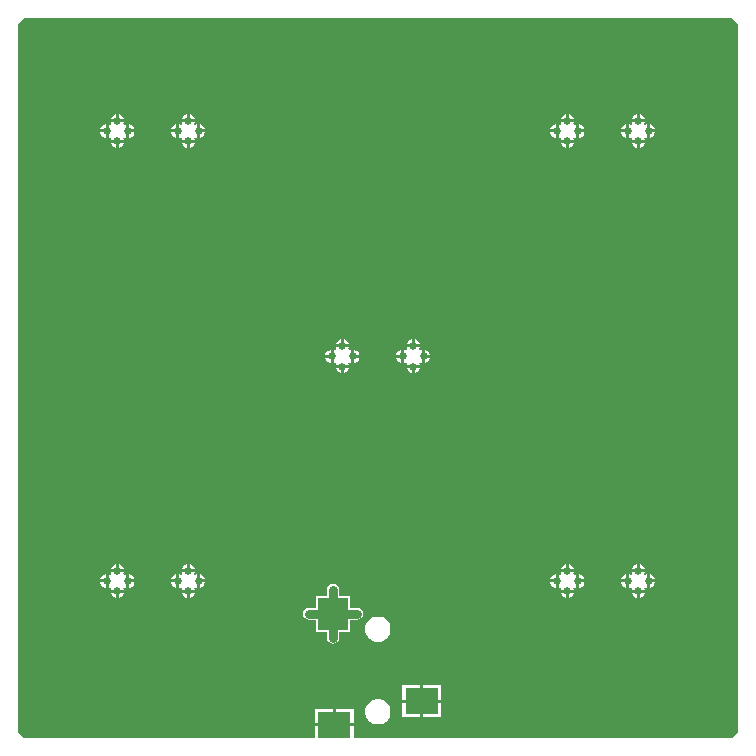
<source format=gbl>
G04*
G04 #@! TF.GenerationSoftware,Altium Limited,Altium Designer,23.8.1 (32)*
G04*
G04 Layer_Physical_Order=2*
G04 Layer_Color=16711680*
%FSLAX25Y25*%
%MOIN*%
G70*
G04*
G04 #@! TF.SameCoordinates,69CDD0E5-7439-40E5-B8CE-76B83E1F4441*
G04*
G04*
G04 #@! TF.FilePolarity,Positive*
G04*
G01*
G75*
%ADD15C,0.03000*%
%ADD16C,0.02500*%
%ADD17R,0.11024X0.08661*%
%ADD18R,0.10236X0.11024*%
G36*
X119957Y117813D02*
Y-118009D01*
X117911Y-120055D01*
X-8055D01*
Y-116150D01*
X-14567D01*
X-21079D01*
Y-120055D01*
X-117911D01*
X-119957Y-118009D01*
Y117813D01*
X-117911Y119859D01*
X117911D01*
X119957Y117813D01*
D02*
G37*
%LPC*%
G36*
X87311Y87962D02*
Y86234D01*
X89039D01*
X88718Y87008D01*
X88086Y87641D01*
X87311Y87962D01*
D02*
G37*
G36*
X86311D02*
X85536Y87641D01*
X84904Y87008D01*
X84583Y86234D01*
X86311D01*
Y87962D01*
D02*
G37*
G36*
X63689D02*
Y86234D01*
X65417D01*
X65096Y87008D01*
X64464Y87641D01*
X63689Y87962D01*
D02*
G37*
G36*
X62689D02*
X61914Y87641D01*
X61282Y87008D01*
X60961Y86234D01*
X62689D01*
Y87962D01*
D02*
G37*
G36*
X-62689D02*
Y86234D01*
X-60961D01*
X-61282Y87008D01*
X-61914Y87641D01*
X-62689Y87962D01*
D02*
G37*
G36*
X-63689D02*
X-64464Y87641D01*
X-65096Y87008D01*
X-65417Y86234D01*
X-63689D01*
Y87962D01*
D02*
G37*
G36*
X-86311D02*
Y86234D01*
X-84583D01*
X-84904Y87008D01*
X-85536Y87641D01*
X-86311Y87962D01*
D02*
G37*
G36*
X-87311D02*
X-88086Y87641D01*
X-88718Y87008D01*
X-89039Y86234D01*
X-87311D01*
Y87962D01*
D02*
G37*
G36*
X89039Y85233D02*
X84583D01*
X84822Y84655D01*
X84440Y84272D01*
X83861Y84512D01*
Y82284D01*
Y80055D01*
X84440Y80295D01*
X84822Y79912D01*
X84583Y79334D01*
X89039D01*
X88800Y79912D01*
X89182Y80295D01*
X89761Y80055D01*
Y82284D01*
Y84512D01*
X89182Y84272D01*
X88800Y84655D01*
X89039Y85233D01*
D02*
G37*
G36*
X65417D02*
X60961D01*
X61200Y84655D01*
X60818Y84272D01*
X60239Y84512D01*
Y82284D01*
Y80055D01*
X60818Y80295D01*
X61200Y79912D01*
X60961Y79334D01*
X65417D01*
X65178Y79912D01*
X65560Y80295D01*
X66139Y80055D01*
Y82284D01*
Y84512D01*
X65560Y84272D01*
X65178Y84655D01*
X65417Y85233D01*
D02*
G37*
G36*
X-60961D02*
X-65417D01*
X-65178Y84655D01*
X-65560Y84272D01*
X-66139Y84512D01*
Y82284D01*
Y80055D01*
X-65560Y80295D01*
X-65178Y79912D01*
X-65417Y79334D01*
X-60961D01*
X-61200Y79912D01*
X-60818Y80295D01*
X-60239Y80055D01*
Y82284D01*
Y84512D01*
X-60818Y84272D01*
X-61200Y84655D01*
X-60961Y85233D01*
D02*
G37*
G36*
X-84583D02*
X-89039D01*
X-88800Y84655D01*
X-89182Y84272D01*
X-89761Y84512D01*
Y82284D01*
Y80055D01*
X-89182Y80295D01*
X-88800Y79912D01*
X-89039Y79334D01*
X-84583D01*
X-84822Y79912D01*
X-84440Y80295D01*
X-83861Y80055D01*
Y82284D01*
Y84512D01*
X-84440Y84272D01*
X-84822Y84655D01*
X-84583Y85233D01*
D02*
G37*
G36*
X90761Y84512D02*
Y82784D01*
X92489D01*
X92168Y83558D01*
X91536Y84191D01*
X90761Y84512D01*
D02*
G37*
G36*
X82861D02*
X82086Y84191D01*
X81454Y83558D01*
X81133Y82784D01*
X82861D01*
Y84512D01*
D02*
G37*
G36*
X67139D02*
Y82784D01*
X68867D01*
X68546Y83558D01*
X67914Y84191D01*
X67139Y84512D01*
D02*
G37*
G36*
X59239D02*
X58464Y84191D01*
X57832Y83558D01*
X57511Y82784D01*
X59239D01*
Y84512D01*
D02*
G37*
G36*
X-59239D02*
Y82784D01*
X-57511D01*
X-57832Y83558D01*
X-58464Y84191D01*
X-59239Y84512D01*
D02*
G37*
G36*
X-67139D02*
X-67914Y84191D01*
X-68546Y83558D01*
X-68867Y82784D01*
X-67139D01*
Y84512D01*
D02*
G37*
G36*
X-82861D02*
Y82784D01*
X-81133D01*
X-81454Y83558D01*
X-82086Y84191D01*
X-82861Y84512D01*
D02*
G37*
G36*
X-90761D02*
X-91536Y84191D01*
X-92168Y83558D01*
X-92489Y82784D01*
X-90761D01*
Y84512D01*
D02*
G37*
G36*
X92489Y81783D02*
X90761D01*
Y80055D01*
X91536Y80376D01*
X92168Y81009D01*
X92489Y81783D01*
D02*
G37*
G36*
X82861D02*
X81133D01*
X81454Y81009D01*
X82086Y80376D01*
X82861Y80055D01*
Y81783D01*
D02*
G37*
G36*
X68867D02*
X67139D01*
Y80055D01*
X67914Y80376D01*
X68546Y81009D01*
X68867Y81783D01*
D02*
G37*
G36*
X59239D02*
X57511D01*
X57832Y81009D01*
X58464Y80376D01*
X59239Y80055D01*
Y81783D01*
D02*
G37*
G36*
X-57511D02*
X-59239D01*
Y80055D01*
X-58464Y80376D01*
X-57832Y81009D01*
X-57511Y81783D01*
D02*
G37*
G36*
X-67139D02*
X-68867D01*
X-68546Y81009D01*
X-67914Y80376D01*
X-67139Y80055D01*
Y81783D01*
D02*
G37*
G36*
X-81133D02*
X-82861D01*
Y80055D01*
X-82086Y80376D01*
X-81454Y81009D01*
X-81133Y81783D01*
D02*
G37*
G36*
X-90761D02*
X-92489D01*
X-92168Y81009D01*
X-91536Y80376D01*
X-90761Y80055D01*
Y81783D01*
D02*
G37*
G36*
X89039Y78333D02*
X87311D01*
Y76605D01*
X88086Y76926D01*
X88718Y77559D01*
X89039Y78333D01*
D02*
G37*
G36*
X86311D02*
X84583D01*
X84904Y77559D01*
X85536Y76926D01*
X86311Y76605D01*
Y78333D01*
D02*
G37*
G36*
X65417D02*
X63689D01*
Y76605D01*
X64464Y76926D01*
X65096Y77559D01*
X65417Y78333D01*
D02*
G37*
G36*
X62689D02*
X60961D01*
X61282Y77559D01*
X61914Y76926D01*
X62689Y76605D01*
Y78333D01*
D02*
G37*
G36*
X-60961D02*
X-62689D01*
Y76605D01*
X-61914Y76926D01*
X-61282Y77559D01*
X-60961Y78333D01*
D02*
G37*
G36*
X-63689D02*
X-65417D01*
X-65096Y77559D01*
X-64464Y76926D01*
X-63689Y76605D01*
Y78333D01*
D02*
G37*
G36*
X-84583D02*
X-86311D01*
Y76605D01*
X-85536Y76926D01*
X-84904Y77559D01*
X-84583Y78333D01*
D02*
G37*
G36*
X-87311D02*
X-89039D01*
X-88718Y77559D01*
X-88086Y76926D01*
X-87311Y76605D01*
Y78333D01*
D02*
G37*
G36*
X12311Y12863D02*
Y11135D01*
X14039D01*
X13719Y11909D01*
X13086Y12542D01*
X12311Y12863D01*
D02*
G37*
G36*
X11311D02*
X10537Y12542D01*
X9904Y11909D01*
X9583Y11135D01*
X11311D01*
Y12863D01*
D02*
G37*
G36*
X-11311D02*
Y11135D01*
X-9583D01*
X-9904Y11909D01*
X-10537Y12542D01*
X-11311Y12863D01*
D02*
G37*
G36*
X-12311D02*
X-13085Y12542D01*
X-13719Y11909D01*
X-14039Y11135D01*
X-12311D01*
Y12863D01*
D02*
G37*
G36*
X14039Y10135D02*
X9583D01*
X9822Y9556D01*
X9440Y9174D01*
X8861Y9413D01*
Y7185D01*
Y4957D01*
X9440Y5196D01*
X9822Y4814D01*
X9583Y4235D01*
X14039D01*
X13800Y4814D01*
X14182Y5196D01*
X14761Y4957D01*
Y7185D01*
Y9413D01*
X14182Y9174D01*
X13800Y9556D01*
X14039Y10135D01*
D02*
G37*
G36*
X-9583D02*
X-14039D01*
X-13800Y9556D01*
X-14182Y9174D01*
X-14761Y9413D01*
Y7185D01*
Y4957D01*
X-14182Y5196D01*
X-13800Y4814D01*
X-14039Y4235D01*
X-9583D01*
X-9822Y4814D01*
X-9440Y5196D01*
X-8861Y4957D01*
Y7185D01*
Y9413D01*
X-9440Y9174D01*
X-9822Y9556D01*
X-9583Y10135D01*
D02*
G37*
G36*
X15761Y9413D02*
Y7685D01*
X17489D01*
X17168Y8460D01*
X16535Y9093D01*
X15761Y9413D01*
D02*
G37*
G36*
X7861D02*
X7086Y9093D01*
X6454Y8460D01*
X6133Y7685D01*
X7861D01*
Y9413D01*
D02*
G37*
G36*
X-7861D02*
Y7685D01*
X-6133D01*
X-6454Y8460D01*
X-7086Y9093D01*
X-7861Y9413D01*
D02*
G37*
G36*
X-15761D02*
X-16535Y9093D01*
X-17168Y8460D01*
X-17489Y7685D01*
X-15761D01*
Y9413D01*
D02*
G37*
G36*
X17489Y6685D02*
X15761D01*
Y4957D01*
X16535Y5278D01*
X17168Y5911D01*
X17489Y6685D01*
D02*
G37*
G36*
X7861D02*
X6133D01*
X6454Y5911D01*
X7086Y5278D01*
X7861Y4957D01*
Y6685D01*
D02*
G37*
G36*
X-6133D02*
X-7861D01*
Y4957D01*
X-7086Y5278D01*
X-6454Y5911D01*
X-6133Y6685D01*
D02*
G37*
G36*
X-15761D02*
X-17489D01*
X-17168Y5911D01*
X-16535Y5278D01*
X-15761Y4957D01*
Y6685D01*
D02*
G37*
G36*
X14039Y3235D02*
X12311D01*
Y1507D01*
X13086Y1828D01*
X13719Y2461D01*
X14039Y3235D01*
D02*
G37*
G36*
X11311D02*
X9583D01*
X9904Y2461D01*
X10537Y1828D01*
X11311Y1507D01*
Y3235D01*
D02*
G37*
G36*
X-9583D02*
X-11311D01*
Y1507D01*
X-10537Y1828D01*
X-9904Y2461D01*
X-9583Y3235D01*
D02*
G37*
G36*
X-12311D02*
X-14039D01*
X-13719Y2461D01*
X-13085Y1828D01*
X-12311Y1507D01*
Y3235D01*
D02*
G37*
G36*
X87311Y-62038D02*
Y-63766D01*
X89039D01*
X88718Y-62992D01*
X88086Y-62359D01*
X87311Y-62038D01*
D02*
G37*
G36*
X86311D02*
X85536Y-62359D01*
X84904Y-62992D01*
X84583Y-63766D01*
X86311D01*
Y-62038D01*
D02*
G37*
G36*
X63689D02*
Y-63766D01*
X65417D01*
X65096Y-62992D01*
X64464Y-62359D01*
X63689Y-62038D01*
D02*
G37*
G36*
X62689D02*
X61914Y-62359D01*
X61282Y-62992D01*
X60961Y-63766D01*
X62689D01*
Y-62038D01*
D02*
G37*
G36*
X-62689D02*
Y-63766D01*
X-60961D01*
X-61282Y-62992D01*
X-61914Y-62359D01*
X-62689Y-62038D01*
D02*
G37*
G36*
X-63689D02*
X-64464Y-62359D01*
X-65096Y-62992D01*
X-65417Y-63766D01*
X-63689D01*
Y-62038D01*
D02*
G37*
G36*
X-86311D02*
Y-63766D01*
X-84583D01*
X-84904Y-62992D01*
X-85536Y-62359D01*
X-86311Y-62038D01*
D02*
G37*
G36*
X-87311D02*
X-88086Y-62359D01*
X-88718Y-62992D01*
X-89039Y-63766D01*
X-87311D01*
Y-62038D01*
D02*
G37*
G36*
X89039Y-64767D02*
X84583D01*
X84822Y-65345D01*
X84440Y-65728D01*
X83861Y-65488D01*
Y-67716D01*
Y-69945D01*
X84440Y-69705D01*
X84822Y-70088D01*
X84583Y-70666D01*
X89039D01*
X88800Y-70088D01*
X89182Y-69705D01*
X89761Y-69945D01*
Y-67716D01*
Y-65488D01*
X89182Y-65728D01*
X88800Y-65345D01*
X89039Y-64767D01*
D02*
G37*
G36*
X65417D02*
X60961D01*
X61200Y-65345D01*
X60818Y-65728D01*
X60239Y-65488D01*
Y-67716D01*
Y-69945D01*
X60818Y-69705D01*
X61200Y-70088D01*
X60961Y-70666D01*
X65417D01*
X65178Y-70088D01*
X65560Y-69705D01*
X66139Y-69945D01*
Y-67716D01*
Y-65488D01*
X65560Y-65728D01*
X65178Y-65345D01*
X65417Y-64767D01*
D02*
G37*
G36*
X-60961D02*
X-65417D01*
X-65178Y-65345D01*
X-65560Y-65728D01*
X-66139Y-65488D01*
Y-67716D01*
Y-69945D01*
X-65560Y-69705D01*
X-65178Y-70088D01*
X-65417Y-70666D01*
X-60961D01*
X-61200Y-70088D01*
X-60818Y-69705D01*
X-60239Y-69945D01*
Y-67716D01*
Y-65488D01*
X-60818Y-65728D01*
X-61200Y-65345D01*
X-60961Y-64767D01*
D02*
G37*
G36*
X-84583D02*
X-89039D01*
X-88800Y-65345D01*
X-89182Y-65728D01*
X-89761Y-65488D01*
Y-67716D01*
Y-69945D01*
X-89182Y-69705D01*
X-88800Y-70088D01*
X-89039Y-70666D01*
X-84583D01*
X-84822Y-70088D01*
X-84440Y-69705D01*
X-83861Y-69945D01*
Y-67716D01*
Y-65488D01*
X-84440Y-65728D01*
X-84822Y-65345D01*
X-84583Y-64767D01*
D02*
G37*
G36*
X90761Y-65488D02*
Y-67216D01*
X92489D01*
X92168Y-66442D01*
X91536Y-65809D01*
X90761Y-65488D01*
D02*
G37*
G36*
X82861D02*
X82086Y-65809D01*
X81454Y-66442D01*
X81133Y-67216D01*
X82861D01*
Y-65488D01*
D02*
G37*
G36*
X67139D02*
Y-67216D01*
X68867D01*
X68546Y-66442D01*
X67914Y-65809D01*
X67139Y-65488D01*
D02*
G37*
G36*
X59239D02*
X58464Y-65809D01*
X57832Y-66442D01*
X57511Y-67216D01*
X59239D01*
Y-65488D01*
D02*
G37*
G36*
X-59239D02*
Y-67216D01*
X-57511D01*
X-57832Y-66442D01*
X-58464Y-65809D01*
X-59239Y-65488D01*
D02*
G37*
G36*
X-67139D02*
X-67914Y-65809D01*
X-68546Y-66442D01*
X-68867Y-67216D01*
X-67139D01*
Y-65488D01*
D02*
G37*
G36*
X-82861D02*
Y-67216D01*
X-81133D01*
X-81454Y-66442D01*
X-82086Y-65809D01*
X-82861Y-65488D01*
D02*
G37*
G36*
X-90761D02*
X-91536Y-65809D01*
X-92168Y-66442D01*
X-92489Y-67216D01*
X-90761D01*
Y-65488D01*
D02*
G37*
G36*
X92489Y-68217D02*
X90761D01*
Y-69945D01*
X91536Y-69624D01*
X92168Y-68991D01*
X92489Y-68217D01*
D02*
G37*
G36*
X82861D02*
X81133D01*
X81454Y-68991D01*
X82086Y-69624D01*
X82861Y-69945D01*
Y-68217D01*
D02*
G37*
G36*
X68867D02*
X67139D01*
Y-69945D01*
X67914Y-69624D01*
X68546Y-68991D01*
X68867Y-68217D01*
D02*
G37*
G36*
X59239D02*
X57511D01*
X57832Y-68991D01*
X58464Y-69624D01*
X59239Y-69945D01*
Y-68217D01*
D02*
G37*
G36*
X-57511D02*
X-59239D01*
Y-69945D01*
X-58464Y-69624D01*
X-57832Y-68991D01*
X-57511Y-68217D01*
D02*
G37*
G36*
X-67139D02*
X-68867D01*
X-68546Y-68991D01*
X-67914Y-69624D01*
X-67139Y-69945D01*
Y-68217D01*
D02*
G37*
G36*
X-81133D02*
X-82861D01*
Y-69945D01*
X-82086Y-69624D01*
X-81454Y-68991D01*
X-81133Y-68217D01*
D02*
G37*
G36*
X-90761D02*
X-92489D01*
X-92168Y-68991D01*
X-91536Y-69624D01*
X-90761Y-69945D01*
Y-68217D01*
D02*
G37*
G36*
X89039Y-71667D02*
X87311D01*
Y-73395D01*
X88086Y-73074D01*
X88718Y-72441D01*
X89039Y-71667D01*
D02*
G37*
G36*
X86311D02*
X84583D01*
X84904Y-72441D01*
X85536Y-73074D01*
X86311Y-73395D01*
Y-71667D01*
D02*
G37*
G36*
X65417D02*
X63689D01*
Y-73395D01*
X64464Y-73074D01*
X65096Y-72441D01*
X65417Y-71667D01*
D02*
G37*
G36*
X62689D02*
X60961D01*
X61282Y-72441D01*
X61914Y-73074D01*
X62689Y-73395D01*
Y-71667D01*
D02*
G37*
G36*
X-60961D02*
X-62689D01*
Y-73395D01*
X-61914Y-73074D01*
X-61282Y-72441D01*
X-60961Y-71667D01*
D02*
G37*
G36*
X-63689D02*
X-65417D01*
X-65096Y-72441D01*
X-64464Y-73074D01*
X-63689Y-73395D01*
Y-71667D01*
D02*
G37*
G36*
X-84583D02*
X-86311D01*
Y-73395D01*
X-85536Y-73074D01*
X-84904Y-72441D01*
X-84583Y-71667D01*
D02*
G37*
G36*
X-87311D02*
X-89039D01*
X-88718Y-72441D01*
X-88086Y-73074D01*
X-87311Y-73395D01*
Y-71667D01*
D02*
G37*
G36*
X552Y-79565D02*
X-552D01*
X-1619Y-79851D01*
X-2576Y-80403D01*
X-3357Y-81184D01*
X-3909Y-82141D01*
X-4195Y-83208D01*
Y-84312D01*
X-3909Y-85379D01*
X-3357Y-86336D01*
X-2576Y-87117D01*
X-1619Y-87669D01*
X-552Y-87955D01*
X552D01*
X1619Y-87669D01*
X2576Y-87117D01*
X3357Y-86336D01*
X3909Y-85379D01*
X4195Y-84312D01*
Y-83208D01*
X3909Y-82141D01*
X3357Y-81184D01*
X2576Y-80403D01*
X1619Y-79851D01*
X552Y-79565D01*
D02*
G37*
G36*
X-14961Y-68607D02*
X-15741Y-68762D01*
X-16402Y-69204D01*
X-16845Y-69866D01*
X-17000Y-70646D01*
Y-72630D01*
X-20579D01*
Y-76603D01*
X-22956D01*
X-23737Y-76758D01*
X-24398Y-77200D01*
X-24840Y-77861D01*
X-24995Y-78642D01*
X-24840Y-79422D01*
X-24398Y-80084D01*
X-23737Y-80526D01*
X-22956Y-80681D01*
X-20579D01*
Y-84654D01*
X-17000D01*
Y-86637D01*
X-16845Y-87418D01*
X-16402Y-88079D01*
X-15741Y-88521D01*
X-14961Y-88677D01*
X-14180Y-88521D01*
X-13519Y-88079D01*
X-13077Y-87418D01*
X-12921Y-86637D01*
Y-84654D01*
X-9342D01*
Y-80681D01*
X-6965D01*
X-6185Y-80526D01*
X-5523Y-80084D01*
X-5081Y-79422D01*
X-4926Y-78642D01*
X-5081Y-77861D01*
X-5523Y-77200D01*
X-6185Y-76758D01*
X-6965Y-76603D01*
X-9342D01*
Y-72630D01*
X-12921D01*
Y-70646D01*
X-13077Y-69866D01*
X-13519Y-69204D01*
X-14180Y-68762D01*
X-14961Y-68607D01*
D02*
G37*
G36*
X21079Y-102445D02*
X15067D01*
Y-107276D01*
X21079D01*
Y-102445D01*
D02*
G37*
G36*
X14067D02*
X8055D01*
Y-107276D01*
X14067D01*
Y-102445D01*
D02*
G37*
G36*
X21079Y-108276D02*
X15067D01*
Y-113106D01*
X21079D01*
Y-108276D01*
D02*
G37*
G36*
X14067D02*
X8055D01*
Y-113106D01*
X14067D01*
Y-108276D01*
D02*
G37*
G36*
X-8055Y-110319D02*
X-14067D01*
Y-115150D01*
X-8055D01*
Y-110319D01*
D02*
G37*
G36*
X-15067D02*
X-21079D01*
Y-115150D01*
X-15067D01*
Y-110319D01*
D02*
G37*
G36*
X552Y-107124D02*
X-552D01*
X-1619Y-107410D01*
X-2576Y-107962D01*
X-3357Y-108743D01*
X-3909Y-109700D01*
X-4195Y-110767D01*
Y-111871D01*
X-3909Y-112938D01*
X-3357Y-113895D01*
X-2576Y-114676D01*
X-1619Y-115228D01*
X-552Y-115514D01*
X552D01*
X1619Y-115228D01*
X2576Y-114676D01*
X3357Y-113895D01*
X3909Y-112938D01*
X4195Y-111871D01*
Y-110767D01*
X3909Y-109700D01*
X3357Y-108743D01*
X2576Y-107962D01*
X1619Y-107410D01*
X552Y-107124D01*
D02*
G37*
%LPD*%
D15*
X-14961Y-78642D02*
X-6965D01*
X-22956D02*
X-14961D01*
Y-70646D01*
Y-86637D02*
Y-78642D01*
D16*
X-90261Y-67716D02*
D03*
X-86811Y-71166D02*
D03*
X-83361Y-67716D02*
D03*
X-86811Y-64267D02*
D03*
X-66639Y-67716D02*
D03*
X-63189Y-71166D02*
D03*
X-59739Y-67716D02*
D03*
X-63189Y-64267D02*
D03*
X59739Y-67716D02*
D03*
X63189Y-71166D02*
D03*
X66639Y-67716D02*
D03*
X63189Y-64267D02*
D03*
X83361Y-67716D02*
D03*
X86811Y-71166D02*
D03*
X90261Y-67716D02*
D03*
X86811Y-64267D02*
D03*
X-90261Y82284D02*
D03*
X-86811Y78834D02*
D03*
X-83361Y82284D02*
D03*
X-86811Y85733D02*
D03*
X-66639Y82284D02*
D03*
X-63189Y78834D02*
D03*
X-59739Y82284D02*
D03*
X-63189Y85733D02*
D03*
X59739Y82284D02*
D03*
X63189Y78834D02*
D03*
X66639Y82284D02*
D03*
X63189Y85733D02*
D03*
X83361Y82284D02*
D03*
X86811Y78834D02*
D03*
X90261Y82284D02*
D03*
X86811Y85733D02*
D03*
X-14961Y-70646D02*
D03*
Y-86637D02*
D03*
X-6965Y-78642D02*
D03*
X-22956D02*
D03*
X11811Y10635D02*
D03*
X15261Y7185D02*
D03*
X11811Y3735D02*
D03*
X8361Y7185D02*
D03*
X-15261D02*
D03*
X-11811Y10635D02*
D03*
X-8361Y7185D02*
D03*
X-11811Y3735D02*
D03*
D17*
X14567Y-107776D02*
D03*
X-14567Y-115650D02*
D03*
D18*
X-14961Y-78642D02*
D03*
M02*

</source>
